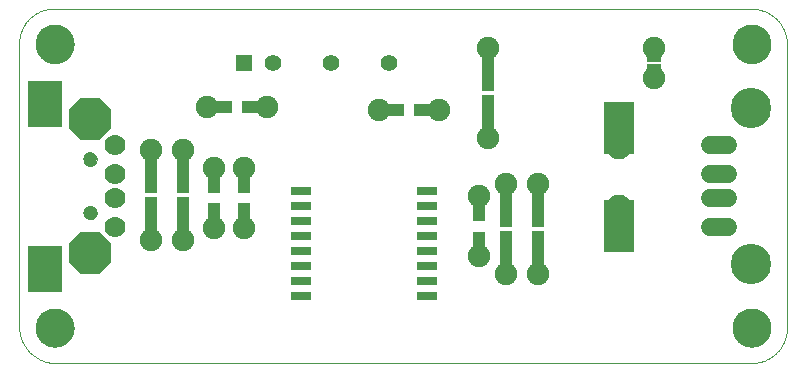
<source format=gts>
G75*
%MOIN*%
%OFA0B0*%
%FSLAX25Y25*%
%IPPOS*%
%LPD*%
%AMOC8*
5,1,8,0,0,1.08239X$1,22.5*
%
%ADD10C,0.00000*%
%ADD11C,0.12998*%
%ADD12R,0.04337X0.10636*%
%ADD13C,0.07487*%
%ADD14R,0.10636X0.04337*%
%ADD15R,0.10243X0.17329*%
%ADD16C,0.08274*%
%ADD17R,0.04337X0.12998*%
%ADD18R,0.06699X0.02900*%
%ADD19R,0.05550X0.05550*%
%ADD20C,0.05550*%
%ADD21C,0.06140*%
%ADD22C,0.13455*%
%ADD23R,0.05124X0.03550*%
%ADD24OC8,0.14243*%
%ADD25C,0.07000*%
%ADD26R,0.11400X0.15400*%
%ADD27C,0.04731*%
D10*
X0047707Y0015186D02*
X0047707Y0109674D01*
X0047720Y0109949D01*
X0047739Y0110225D01*
X0047765Y0110500D01*
X0047798Y0110774D01*
X0047837Y0111047D01*
X0047883Y0111319D01*
X0047936Y0111590D01*
X0047995Y0111860D01*
X0048061Y0112128D01*
X0048133Y0112395D01*
X0048211Y0112659D01*
X0048296Y0112922D01*
X0048387Y0113183D01*
X0048485Y0113441D01*
X0048588Y0113697D01*
X0048698Y0113950D01*
X0048814Y0114201D01*
X0048936Y0114448D01*
X0049064Y0114693D01*
X0049198Y0114934D01*
X0049337Y0115173D01*
X0049482Y0115407D01*
X0049633Y0115639D01*
X0049790Y0115866D01*
X0049951Y0116090D01*
X0050119Y0116309D01*
X0050291Y0116525D01*
X0050469Y0116736D01*
X0050652Y0116943D01*
X0050839Y0117146D01*
X0051032Y0117344D01*
X0051229Y0117537D01*
X0051431Y0117725D01*
X0051637Y0117909D01*
X0051848Y0118087D01*
X0052063Y0118260D01*
X0052282Y0118428D01*
X0052505Y0118591D01*
X0052732Y0118748D01*
X0052962Y0118900D01*
X0053197Y0119046D01*
X0053434Y0119186D01*
X0053675Y0119321D01*
X0053920Y0119450D01*
X0054167Y0119572D01*
X0054417Y0119689D01*
X0054670Y0119800D01*
X0054925Y0119904D01*
X0055183Y0120003D01*
X0055444Y0120095D01*
X0055706Y0120181D01*
X0055970Y0120260D01*
X0056237Y0120333D01*
X0056504Y0120400D01*
X0056774Y0120460D01*
X0057045Y0120513D01*
X0057317Y0120560D01*
X0057590Y0120601D01*
X0057864Y0120634D01*
X0058139Y0120661D01*
X0058414Y0120682D01*
X0058690Y0120696D01*
X0058966Y0120703D01*
X0059242Y0120703D01*
X0059518Y0120697D01*
X0059518Y0120698D02*
X0291801Y0120698D01*
X0285502Y0108887D02*
X0285504Y0109045D01*
X0285510Y0109203D01*
X0285520Y0109361D01*
X0285534Y0109519D01*
X0285552Y0109676D01*
X0285573Y0109833D01*
X0285599Y0109989D01*
X0285629Y0110145D01*
X0285662Y0110300D01*
X0285700Y0110453D01*
X0285741Y0110606D01*
X0285786Y0110758D01*
X0285835Y0110909D01*
X0285888Y0111058D01*
X0285944Y0111206D01*
X0286004Y0111352D01*
X0286068Y0111497D01*
X0286136Y0111640D01*
X0286207Y0111782D01*
X0286281Y0111922D01*
X0286359Y0112059D01*
X0286441Y0112195D01*
X0286525Y0112329D01*
X0286614Y0112460D01*
X0286705Y0112589D01*
X0286800Y0112716D01*
X0286897Y0112841D01*
X0286998Y0112963D01*
X0287102Y0113082D01*
X0287209Y0113199D01*
X0287319Y0113313D01*
X0287432Y0113424D01*
X0287547Y0113533D01*
X0287665Y0113638D01*
X0287786Y0113740D01*
X0287909Y0113840D01*
X0288035Y0113936D01*
X0288163Y0114029D01*
X0288293Y0114119D01*
X0288426Y0114205D01*
X0288561Y0114289D01*
X0288697Y0114368D01*
X0288836Y0114445D01*
X0288977Y0114517D01*
X0289119Y0114587D01*
X0289263Y0114652D01*
X0289409Y0114714D01*
X0289556Y0114772D01*
X0289705Y0114827D01*
X0289855Y0114878D01*
X0290006Y0114925D01*
X0290158Y0114968D01*
X0290311Y0115007D01*
X0290466Y0115043D01*
X0290621Y0115074D01*
X0290777Y0115102D01*
X0290933Y0115126D01*
X0291090Y0115146D01*
X0291248Y0115162D01*
X0291405Y0115174D01*
X0291564Y0115182D01*
X0291722Y0115186D01*
X0291880Y0115186D01*
X0292038Y0115182D01*
X0292197Y0115174D01*
X0292354Y0115162D01*
X0292512Y0115146D01*
X0292669Y0115126D01*
X0292825Y0115102D01*
X0292981Y0115074D01*
X0293136Y0115043D01*
X0293291Y0115007D01*
X0293444Y0114968D01*
X0293596Y0114925D01*
X0293747Y0114878D01*
X0293897Y0114827D01*
X0294046Y0114772D01*
X0294193Y0114714D01*
X0294339Y0114652D01*
X0294483Y0114587D01*
X0294625Y0114517D01*
X0294766Y0114445D01*
X0294905Y0114368D01*
X0295041Y0114289D01*
X0295176Y0114205D01*
X0295309Y0114119D01*
X0295439Y0114029D01*
X0295567Y0113936D01*
X0295693Y0113840D01*
X0295816Y0113740D01*
X0295937Y0113638D01*
X0296055Y0113533D01*
X0296170Y0113424D01*
X0296283Y0113313D01*
X0296393Y0113199D01*
X0296500Y0113082D01*
X0296604Y0112963D01*
X0296705Y0112841D01*
X0296802Y0112716D01*
X0296897Y0112589D01*
X0296988Y0112460D01*
X0297077Y0112329D01*
X0297161Y0112195D01*
X0297243Y0112059D01*
X0297321Y0111922D01*
X0297395Y0111782D01*
X0297466Y0111640D01*
X0297534Y0111497D01*
X0297598Y0111352D01*
X0297658Y0111206D01*
X0297714Y0111058D01*
X0297767Y0110909D01*
X0297816Y0110758D01*
X0297861Y0110606D01*
X0297902Y0110453D01*
X0297940Y0110300D01*
X0297973Y0110145D01*
X0298003Y0109989D01*
X0298029Y0109833D01*
X0298050Y0109676D01*
X0298068Y0109519D01*
X0298082Y0109361D01*
X0298092Y0109203D01*
X0298098Y0109045D01*
X0298100Y0108887D01*
X0298098Y0108729D01*
X0298092Y0108571D01*
X0298082Y0108413D01*
X0298068Y0108255D01*
X0298050Y0108098D01*
X0298029Y0107941D01*
X0298003Y0107785D01*
X0297973Y0107629D01*
X0297940Y0107474D01*
X0297902Y0107321D01*
X0297861Y0107168D01*
X0297816Y0107016D01*
X0297767Y0106865D01*
X0297714Y0106716D01*
X0297658Y0106568D01*
X0297598Y0106422D01*
X0297534Y0106277D01*
X0297466Y0106134D01*
X0297395Y0105992D01*
X0297321Y0105852D01*
X0297243Y0105715D01*
X0297161Y0105579D01*
X0297077Y0105445D01*
X0296988Y0105314D01*
X0296897Y0105185D01*
X0296802Y0105058D01*
X0296705Y0104933D01*
X0296604Y0104811D01*
X0296500Y0104692D01*
X0296393Y0104575D01*
X0296283Y0104461D01*
X0296170Y0104350D01*
X0296055Y0104241D01*
X0295937Y0104136D01*
X0295816Y0104034D01*
X0295693Y0103934D01*
X0295567Y0103838D01*
X0295439Y0103745D01*
X0295309Y0103655D01*
X0295176Y0103569D01*
X0295041Y0103485D01*
X0294905Y0103406D01*
X0294766Y0103329D01*
X0294625Y0103257D01*
X0294483Y0103187D01*
X0294339Y0103122D01*
X0294193Y0103060D01*
X0294046Y0103002D01*
X0293897Y0102947D01*
X0293747Y0102896D01*
X0293596Y0102849D01*
X0293444Y0102806D01*
X0293291Y0102767D01*
X0293136Y0102731D01*
X0292981Y0102700D01*
X0292825Y0102672D01*
X0292669Y0102648D01*
X0292512Y0102628D01*
X0292354Y0102612D01*
X0292197Y0102600D01*
X0292038Y0102592D01*
X0291880Y0102588D01*
X0291722Y0102588D01*
X0291564Y0102592D01*
X0291405Y0102600D01*
X0291248Y0102612D01*
X0291090Y0102628D01*
X0290933Y0102648D01*
X0290777Y0102672D01*
X0290621Y0102700D01*
X0290466Y0102731D01*
X0290311Y0102767D01*
X0290158Y0102806D01*
X0290006Y0102849D01*
X0289855Y0102896D01*
X0289705Y0102947D01*
X0289556Y0103002D01*
X0289409Y0103060D01*
X0289263Y0103122D01*
X0289119Y0103187D01*
X0288977Y0103257D01*
X0288836Y0103329D01*
X0288697Y0103406D01*
X0288561Y0103485D01*
X0288426Y0103569D01*
X0288293Y0103655D01*
X0288163Y0103745D01*
X0288035Y0103838D01*
X0287909Y0103934D01*
X0287786Y0104034D01*
X0287665Y0104136D01*
X0287547Y0104241D01*
X0287432Y0104350D01*
X0287319Y0104461D01*
X0287209Y0104575D01*
X0287102Y0104692D01*
X0286998Y0104811D01*
X0286897Y0104933D01*
X0286800Y0105058D01*
X0286705Y0105185D01*
X0286614Y0105314D01*
X0286525Y0105445D01*
X0286441Y0105579D01*
X0286359Y0105715D01*
X0286281Y0105852D01*
X0286207Y0105992D01*
X0286136Y0106134D01*
X0286068Y0106277D01*
X0286004Y0106422D01*
X0285944Y0106568D01*
X0285888Y0106716D01*
X0285835Y0106865D01*
X0285786Y0107016D01*
X0285741Y0107168D01*
X0285700Y0107321D01*
X0285662Y0107474D01*
X0285629Y0107629D01*
X0285599Y0107785D01*
X0285573Y0107941D01*
X0285552Y0108098D01*
X0285534Y0108255D01*
X0285520Y0108413D01*
X0285510Y0108571D01*
X0285504Y0108729D01*
X0285502Y0108887D01*
X0291801Y0120698D02*
X0292086Y0120695D01*
X0292372Y0120684D01*
X0292657Y0120667D01*
X0292941Y0120643D01*
X0293225Y0120612D01*
X0293508Y0120574D01*
X0293789Y0120529D01*
X0294070Y0120478D01*
X0294350Y0120420D01*
X0294628Y0120355D01*
X0294904Y0120283D01*
X0295178Y0120205D01*
X0295451Y0120120D01*
X0295721Y0120028D01*
X0295989Y0119930D01*
X0296255Y0119826D01*
X0296518Y0119715D01*
X0296778Y0119598D01*
X0297036Y0119475D01*
X0297290Y0119345D01*
X0297541Y0119209D01*
X0297789Y0119068D01*
X0298033Y0118920D01*
X0298274Y0118767D01*
X0298510Y0118607D01*
X0298743Y0118442D01*
X0298972Y0118272D01*
X0299197Y0118096D01*
X0299417Y0117914D01*
X0299633Y0117728D01*
X0299844Y0117536D01*
X0300051Y0117339D01*
X0300253Y0117137D01*
X0300450Y0116930D01*
X0300642Y0116719D01*
X0300828Y0116503D01*
X0301010Y0116283D01*
X0301186Y0116058D01*
X0301356Y0115829D01*
X0301521Y0115596D01*
X0301681Y0115360D01*
X0301834Y0115119D01*
X0301982Y0114875D01*
X0302123Y0114627D01*
X0302259Y0114376D01*
X0302389Y0114122D01*
X0302512Y0113864D01*
X0302629Y0113604D01*
X0302740Y0113341D01*
X0302844Y0113075D01*
X0302942Y0112807D01*
X0303034Y0112537D01*
X0303119Y0112264D01*
X0303197Y0111990D01*
X0303269Y0111714D01*
X0303334Y0111436D01*
X0303392Y0111156D01*
X0303443Y0110875D01*
X0303488Y0110594D01*
X0303526Y0110311D01*
X0303557Y0110027D01*
X0303581Y0109743D01*
X0303598Y0109458D01*
X0303609Y0109172D01*
X0303612Y0108887D01*
X0303612Y0014398D01*
X0285502Y0014398D02*
X0285504Y0014556D01*
X0285510Y0014714D01*
X0285520Y0014872D01*
X0285534Y0015030D01*
X0285552Y0015187D01*
X0285573Y0015344D01*
X0285599Y0015500D01*
X0285629Y0015656D01*
X0285662Y0015811D01*
X0285700Y0015964D01*
X0285741Y0016117D01*
X0285786Y0016269D01*
X0285835Y0016420D01*
X0285888Y0016569D01*
X0285944Y0016717D01*
X0286004Y0016863D01*
X0286068Y0017008D01*
X0286136Y0017151D01*
X0286207Y0017293D01*
X0286281Y0017433D01*
X0286359Y0017570D01*
X0286441Y0017706D01*
X0286525Y0017840D01*
X0286614Y0017971D01*
X0286705Y0018100D01*
X0286800Y0018227D01*
X0286897Y0018352D01*
X0286998Y0018474D01*
X0287102Y0018593D01*
X0287209Y0018710D01*
X0287319Y0018824D01*
X0287432Y0018935D01*
X0287547Y0019044D01*
X0287665Y0019149D01*
X0287786Y0019251D01*
X0287909Y0019351D01*
X0288035Y0019447D01*
X0288163Y0019540D01*
X0288293Y0019630D01*
X0288426Y0019716D01*
X0288561Y0019800D01*
X0288697Y0019879D01*
X0288836Y0019956D01*
X0288977Y0020028D01*
X0289119Y0020098D01*
X0289263Y0020163D01*
X0289409Y0020225D01*
X0289556Y0020283D01*
X0289705Y0020338D01*
X0289855Y0020389D01*
X0290006Y0020436D01*
X0290158Y0020479D01*
X0290311Y0020518D01*
X0290466Y0020554D01*
X0290621Y0020585D01*
X0290777Y0020613D01*
X0290933Y0020637D01*
X0291090Y0020657D01*
X0291248Y0020673D01*
X0291405Y0020685D01*
X0291564Y0020693D01*
X0291722Y0020697D01*
X0291880Y0020697D01*
X0292038Y0020693D01*
X0292197Y0020685D01*
X0292354Y0020673D01*
X0292512Y0020657D01*
X0292669Y0020637D01*
X0292825Y0020613D01*
X0292981Y0020585D01*
X0293136Y0020554D01*
X0293291Y0020518D01*
X0293444Y0020479D01*
X0293596Y0020436D01*
X0293747Y0020389D01*
X0293897Y0020338D01*
X0294046Y0020283D01*
X0294193Y0020225D01*
X0294339Y0020163D01*
X0294483Y0020098D01*
X0294625Y0020028D01*
X0294766Y0019956D01*
X0294905Y0019879D01*
X0295041Y0019800D01*
X0295176Y0019716D01*
X0295309Y0019630D01*
X0295439Y0019540D01*
X0295567Y0019447D01*
X0295693Y0019351D01*
X0295816Y0019251D01*
X0295937Y0019149D01*
X0296055Y0019044D01*
X0296170Y0018935D01*
X0296283Y0018824D01*
X0296393Y0018710D01*
X0296500Y0018593D01*
X0296604Y0018474D01*
X0296705Y0018352D01*
X0296802Y0018227D01*
X0296897Y0018100D01*
X0296988Y0017971D01*
X0297077Y0017840D01*
X0297161Y0017706D01*
X0297243Y0017570D01*
X0297321Y0017433D01*
X0297395Y0017293D01*
X0297466Y0017151D01*
X0297534Y0017008D01*
X0297598Y0016863D01*
X0297658Y0016717D01*
X0297714Y0016569D01*
X0297767Y0016420D01*
X0297816Y0016269D01*
X0297861Y0016117D01*
X0297902Y0015964D01*
X0297940Y0015811D01*
X0297973Y0015656D01*
X0298003Y0015500D01*
X0298029Y0015344D01*
X0298050Y0015187D01*
X0298068Y0015030D01*
X0298082Y0014872D01*
X0298092Y0014714D01*
X0298098Y0014556D01*
X0298100Y0014398D01*
X0298098Y0014240D01*
X0298092Y0014082D01*
X0298082Y0013924D01*
X0298068Y0013766D01*
X0298050Y0013609D01*
X0298029Y0013452D01*
X0298003Y0013296D01*
X0297973Y0013140D01*
X0297940Y0012985D01*
X0297902Y0012832D01*
X0297861Y0012679D01*
X0297816Y0012527D01*
X0297767Y0012376D01*
X0297714Y0012227D01*
X0297658Y0012079D01*
X0297598Y0011933D01*
X0297534Y0011788D01*
X0297466Y0011645D01*
X0297395Y0011503D01*
X0297321Y0011363D01*
X0297243Y0011226D01*
X0297161Y0011090D01*
X0297077Y0010956D01*
X0296988Y0010825D01*
X0296897Y0010696D01*
X0296802Y0010569D01*
X0296705Y0010444D01*
X0296604Y0010322D01*
X0296500Y0010203D01*
X0296393Y0010086D01*
X0296283Y0009972D01*
X0296170Y0009861D01*
X0296055Y0009752D01*
X0295937Y0009647D01*
X0295816Y0009545D01*
X0295693Y0009445D01*
X0295567Y0009349D01*
X0295439Y0009256D01*
X0295309Y0009166D01*
X0295176Y0009080D01*
X0295041Y0008996D01*
X0294905Y0008917D01*
X0294766Y0008840D01*
X0294625Y0008768D01*
X0294483Y0008698D01*
X0294339Y0008633D01*
X0294193Y0008571D01*
X0294046Y0008513D01*
X0293897Y0008458D01*
X0293747Y0008407D01*
X0293596Y0008360D01*
X0293444Y0008317D01*
X0293291Y0008278D01*
X0293136Y0008242D01*
X0292981Y0008211D01*
X0292825Y0008183D01*
X0292669Y0008159D01*
X0292512Y0008139D01*
X0292354Y0008123D01*
X0292197Y0008111D01*
X0292038Y0008103D01*
X0291880Y0008099D01*
X0291722Y0008099D01*
X0291564Y0008103D01*
X0291405Y0008111D01*
X0291248Y0008123D01*
X0291090Y0008139D01*
X0290933Y0008159D01*
X0290777Y0008183D01*
X0290621Y0008211D01*
X0290466Y0008242D01*
X0290311Y0008278D01*
X0290158Y0008317D01*
X0290006Y0008360D01*
X0289855Y0008407D01*
X0289705Y0008458D01*
X0289556Y0008513D01*
X0289409Y0008571D01*
X0289263Y0008633D01*
X0289119Y0008698D01*
X0288977Y0008768D01*
X0288836Y0008840D01*
X0288697Y0008917D01*
X0288561Y0008996D01*
X0288426Y0009080D01*
X0288293Y0009166D01*
X0288163Y0009256D01*
X0288035Y0009349D01*
X0287909Y0009445D01*
X0287786Y0009545D01*
X0287665Y0009647D01*
X0287547Y0009752D01*
X0287432Y0009861D01*
X0287319Y0009972D01*
X0287209Y0010086D01*
X0287102Y0010203D01*
X0286998Y0010322D01*
X0286897Y0010444D01*
X0286800Y0010569D01*
X0286705Y0010696D01*
X0286614Y0010825D01*
X0286525Y0010956D01*
X0286441Y0011090D01*
X0286359Y0011226D01*
X0286281Y0011363D01*
X0286207Y0011503D01*
X0286136Y0011645D01*
X0286068Y0011788D01*
X0286004Y0011933D01*
X0285944Y0012079D01*
X0285888Y0012227D01*
X0285835Y0012376D01*
X0285786Y0012527D01*
X0285741Y0012679D01*
X0285700Y0012832D01*
X0285662Y0012985D01*
X0285629Y0013140D01*
X0285599Y0013296D01*
X0285573Y0013452D01*
X0285552Y0013609D01*
X0285534Y0013766D01*
X0285520Y0013924D01*
X0285510Y0014082D01*
X0285504Y0014240D01*
X0285502Y0014398D01*
X0291801Y0002587D02*
X0292086Y0002590D01*
X0292372Y0002601D01*
X0292657Y0002618D01*
X0292941Y0002642D01*
X0293225Y0002673D01*
X0293508Y0002711D01*
X0293789Y0002756D01*
X0294070Y0002807D01*
X0294350Y0002865D01*
X0294628Y0002930D01*
X0294904Y0003002D01*
X0295178Y0003080D01*
X0295451Y0003165D01*
X0295721Y0003257D01*
X0295989Y0003355D01*
X0296255Y0003459D01*
X0296518Y0003570D01*
X0296778Y0003687D01*
X0297036Y0003810D01*
X0297290Y0003940D01*
X0297541Y0004076D01*
X0297789Y0004217D01*
X0298033Y0004365D01*
X0298274Y0004518D01*
X0298510Y0004678D01*
X0298743Y0004843D01*
X0298972Y0005013D01*
X0299197Y0005189D01*
X0299417Y0005371D01*
X0299633Y0005557D01*
X0299844Y0005749D01*
X0300051Y0005946D01*
X0300253Y0006148D01*
X0300450Y0006355D01*
X0300642Y0006566D01*
X0300828Y0006782D01*
X0301010Y0007002D01*
X0301186Y0007227D01*
X0301356Y0007456D01*
X0301521Y0007689D01*
X0301681Y0007925D01*
X0301834Y0008166D01*
X0301982Y0008410D01*
X0302123Y0008658D01*
X0302259Y0008909D01*
X0302389Y0009163D01*
X0302512Y0009421D01*
X0302629Y0009681D01*
X0302740Y0009944D01*
X0302844Y0010210D01*
X0302942Y0010478D01*
X0303034Y0010748D01*
X0303119Y0011021D01*
X0303197Y0011295D01*
X0303269Y0011571D01*
X0303334Y0011849D01*
X0303392Y0012129D01*
X0303443Y0012410D01*
X0303488Y0012691D01*
X0303526Y0012974D01*
X0303557Y0013258D01*
X0303581Y0013542D01*
X0303598Y0013827D01*
X0303609Y0014113D01*
X0303612Y0014398D01*
X0291801Y0002587D02*
X0059518Y0002587D01*
X0053219Y0014398D02*
X0053221Y0014556D01*
X0053227Y0014714D01*
X0053237Y0014872D01*
X0053251Y0015030D01*
X0053269Y0015187D01*
X0053290Y0015344D01*
X0053316Y0015500D01*
X0053346Y0015656D01*
X0053379Y0015811D01*
X0053417Y0015964D01*
X0053458Y0016117D01*
X0053503Y0016269D01*
X0053552Y0016420D01*
X0053605Y0016569D01*
X0053661Y0016717D01*
X0053721Y0016863D01*
X0053785Y0017008D01*
X0053853Y0017151D01*
X0053924Y0017293D01*
X0053998Y0017433D01*
X0054076Y0017570D01*
X0054158Y0017706D01*
X0054242Y0017840D01*
X0054331Y0017971D01*
X0054422Y0018100D01*
X0054517Y0018227D01*
X0054614Y0018352D01*
X0054715Y0018474D01*
X0054819Y0018593D01*
X0054926Y0018710D01*
X0055036Y0018824D01*
X0055149Y0018935D01*
X0055264Y0019044D01*
X0055382Y0019149D01*
X0055503Y0019251D01*
X0055626Y0019351D01*
X0055752Y0019447D01*
X0055880Y0019540D01*
X0056010Y0019630D01*
X0056143Y0019716D01*
X0056278Y0019800D01*
X0056414Y0019879D01*
X0056553Y0019956D01*
X0056694Y0020028D01*
X0056836Y0020098D01*
X0056980Y0020163D01*
X0057126Y0020225D01*
X0057273Y0020283D01*
X0057422Y0020338D01*
X0057572Y0020389D01*
X0057723Y0020436D01*
X0057875Y0020479D01*
X0058028Y0020518D01*
X0058183Y0020554D01*
X0058338Y0020585D01*
X0058494Y0020613D01*
X0058650Y0020637D01*
X0058807Y0020657D01*
X0058965Y0020673D01*
X0059122Y0020685D01*
X0059281Y0020693D01*
X0059439Y0020697D01*
X0059597Y0020697D01*
X0059755Y0020693D01*
X0059914Y0020685D01*
X0060071Y0020673D01*
X0060229Y0020657D01*
X0060386Y0020637D01*
X0060542Y0020613D01*
X0060698Y0020585D01*
X0060853Y0020554D01*
X0061008Y0020518D01*
X0061161Y0020479D01*
X0061313Y0020436D01*
X0061464Y0020389D01*
X0061614Y0020338D01*
X0061763Y0020283D01*
X0061910Y0020225D01*
X0062056Y0020163D01*
X0062200Y0020098D01*
X0062342Y0020028D01*
X0062483Y0019956D01*
X0062622Y0019879D01*
X0062758Y0019800D01*
X0062893Y0019716D01*
X0063026Y0019630D01*
X0063156Y0019540D01*
X0063284Y0019447D01*
X0063410Y0019351D01*
X0063533Y0019251D01*
X0063654Y0019149D01*
X0063772Y0019044D01*
X0063887Y0018935D01*
X0064000Y0018824D01*
X0064110Y0018710D01*
X0064217Y0018593D01*
X0064321Y0018474D01*
X0064422Y0018352D01*
X0064519Y0018227D01*
X0064614Y0018100D01*
X0064705Y0017971D01*
X0064794Y0017840D01*
X0064878Y0017706D01*
X0064960Y0017570D01*
X0065038Y0017433D01*
X0065112Y0017293D01*
X0065183Y0017151D01*
X0065251Y0017008D01*
X0065315Y0016863D01*
X0065375Y0016717D01*
X0065431Y0016569D01*
X0065484Y0016420D01*
X0065533Y0016269D01*
X0065578Y0016117D01*
X0065619Y0015964D01*
X0065657Y0015811D01*
X0065690Y0015656D01*
X0065720Y0015500D01*
X0065746Y0015344D01*
X0065767Y0015187D01*
X0065785Y0015030D01*
X0065799Y0014872D01*
X0065809Y0014714D01*
X0065815Y0014556D01*
X0065817Y0014398D01*
X0065815Y0014240D01*
X0065809Y0014082D01*
X0065799Y0013924D01*
X0065785Y0013766D01*
X0065767Y0013609D01*
X0065746Y0013452D01*
X0065720Y0013296D01*
X0065690Y0013140D01*
X0065657Y0012985D01*
X0065619Y0012832D01*
X0065578Y0012679D01*
X0065533Y0012527D01*
X0065484Y0012376D01*
X0065431Y0012227D01*
X0065375Y0012079D01*
X0065315Y0011933D01*
X0065251Y0011788D01*
X0065183Y0011645D01*
X0065112Y0011503D01*
X0065038Y0011363D01*
X0064960Y0011226D01*
X0064878Y0011090D01*
X0064794Y0010956D01*
X0064705Y0010825D01*
X0064614Y0010696D01*
X0064519Y0010569D01*
X0064422Y0010444D01*
X0064321Y0010322D01*
X0064217Y0010203D01*
X0064110Y0010086D01*
X0064000Y0009972D01*
X0063887Y0009861D01*
X0063772Y0009752D01*
X0063654Y0009647D01*
X0063533Y0009545D01*
X0063410Y0009445D01*
X0063284Y0009349D01*
X0063156Y0009256D01*
X0063026Y0009166D01*
X0062893Y0009080D01*
X0062758Y0008996D01*
X0062622Y0008917D01*
X0062483Y0008840D01*
X0062342Y0008768D01*
X0062200Y0008698D01*
X0062056Y0008633D01*
X0061910Y0008571D01*
X0061763Y0008513D01*
X0061614Y0008458D01*
X0061464Y0008407D01*
X0061313Y0008360D01*
X0061161Y0008317D01*
X0061008Y0008278D01*
X0060853Y0008242D01*
X0060698Y0008211D01*
X0060542Y0008183D01*
X0060386Y0008159D01*
X0060229Y0008139D01*
X0060071Y0008123D01*
X0059914Y0008111D01*
X0059755Y0008103D01*
X0059597Y0008099D01*
X0059439Y0008099D01*
X0059281Y0008103D01*
X0059122Y0008111D01*
X0058965Y0008123D01*
X0058807Y0008139D01*
X0058650Y0008159D01*
X0058494Y0008183D01*
X0058338Y0008211D01*
X0058183Y0008242D01*
X0058028Y0008278D01*
X0057875Y0008317D01*
X0057723Y0008360D01*
X0057572Y0008407D01*
X0057422Y0008458D01*
X0057273Y0008513D01*
X0057126Y0008571D01*
X0056980Y0008633D01*
X0056836Y0008698D01*
X0056694Y0008768D01*
X0056553Y0008840D01*
X0056414Y0008917D01*
X0056278Y0008996D01*
X0056143Y0009080D01*
X0056010Y0009166D01*
X0055880Y0009256D01*
X0055752Y0009349D01*
X0055626Y0009445D01*
X0055503Y0009545D01*
X0055382Y0009647D01*
X0055264Y0009752D01*
X0055149Y0009861D01*
X0055036Y0009972D01*
X0054926Y0010086D01*
X0054819Y0010203D01*
X0054715Y0010322D01*
X0054614Y0010444D01*
X0054517Y0010569D01*
X0054422Y0010696D01*
X0054331Y0010825D01*
X0054242Y0010956D01*
X0054158Y0011090D01*
X0054076Y0011226D01*
X0053998Y0011363D01*
X0053924Y0011503D01*
X0053853Y0011645D01*
X0053785Y0011788D01*
X0053721Y0011933D01*
X0053661Y0012079D01*
X0053605Y0012227D01*
X0053552Y0012376D01*
X0053503Y0012527D01*
X0053458Y0012679D01*
X0053417Y0012832D01*
X0053379Y0012985D01*
X0053346Y0013140D01*
X0053316Y0013296D01*
X0053290Y0013452D01*
X0053269Y0013609D01*
X0053251Y0013766D01*
X0053237Y0013924D01*
X0053227Y0014082D01*
X0053221Y0014240D01*
X0053219Y0014398D01*
X0047706Y0015186D02*
X0047700Y0014891D01*
X0047702Y0014596D01*
X0047710Y0014301D01*
X0047725Y0014006D01*
X0047748Y0013712D01*
X0047778Y0013418D01*
X0047814Y0013125D01*
X0047858Y0012834D01*
X0047909Y0012543D01*
X0047967Y0012253D01*
X0048032Y0011966D01*
X0048103Y0011679D01*
X0048182Y0011395D01*
X0048268Y0011113D01*
X0048360Y0010832D01*
X0048459Y0010554D01*
X0048565Y0010279D01*
X0048677Y0010006D01*
X0048796Y0009736D01*
X0048921Y0009469D01*
X0049053Y0009205D01*
X0049191Y0008944D01*
X0049336Y0008687D01*
X0049486Y0008433D01*
X0049643Y0008183D01*
X0049806Y0007937D01*
X0049974Y0007695D01*
X0050149Y0007457D01*
X0050329Y0007223D01*
X0050515Y0006994D01*
X0050706Y0006769D01*
X0050902Y0006549D01*
X0051104Y0006333D01*
X0051311Y0006123D01*
X0051523Y0005918D01*
X0051740Y0005718D01*
X0051962Y0005523D01*
X0052188Y0005333D01*
X0052419Y0005150D01*
X0052654Y0004971D01*
X0052893Y0004799D01*
X0053137Y0004632D01*
X0053384Y0004472D01*
X0053636Y0004317D01*
X0053891Y0004168D01*
X0054149Y0004026D01*
X0054411Y0003890D01*
X0054676Y0003760D01*
X0054944Y0003637D01*
X0055215Y0003520D01*
X0055489Y0003410D01*
X0055765Y0003306D01*
X0056044Y0003210D01*
X0056325Y0003119D01*
X0056608Y0003036D01*
X0056893Y0002960D01*
X0057180Y0002890D01*
X0057468Y0002828D01*
X0057758Y0002772D01*
X0058049Y0002724D01*
X0058341Y0002682D01*
X0058634Y0002648D01*
X0058928Y0002621D01*
X0059223Y0002600D01*
X0059517Y0002587D01*
X0069164Y0052784D02*
X0069166Y0052877D01*
X0069172Y0052969D01*
X0069182Y0053061D01*
X0069196Y0053152D01*
X0069213Y0053243D01*
X0069235Y0053333D01*
X0069260Y0053422D01*
X0069289Y0053510D01*
X0069322Y0053596D01*
X0069359Y0053681D01*
X0069399Y0053765D01*
X0069443Y0053846D01*
X0069490Y0053926D01*
X0069540Y0054004D01*
X0069594Y0054079D01*
X0069651Y0054152D01*
X0069711Y0054222D01*
X0069774Y0054290D01*
X0069840Y0054355D01*
X0069908Y0054417D01*
X0069979Y0054477D01*
X0070053Y0054533D01*
X0070129Y0054586D01*
X0070207Y0054635D01*
X0070287Y0054682D01*
X0070369Y0054724D01*
X0070453Y0054764D01*
X0070538Y0054799D01*
X0070625Y0054831D01*
X0070713Y0054860D01*
X0070802Y0054884D01*
X0070892Y0054905D01*
X0070983Y0054921D01*
X0071075Y0054934D01*
X0071167Y0054943D01*
X0071260Y0054948D01*
X0071352Y0054949D01*
X0071445Y0054946D01*
X0071537Y0054939D01*
X0071629Y0054928D01*
X0071720Y0054913D01*
X0071811Y0054895D01*
X0071901Y0054872D01*
X0071989Y0054846D01*
X0072077Y0054816D01*
X0072163Y0054782D01*
X0072247Y0054745D01*
X0072330Y0054703D01*
X0072411Y0054659D01*
X0072491Y0054611D01*
X0072568Y0054560D01*
X0072642Y0054505D01*
X0072715Y0054447D01*
X0072785Y0054387D01*
X0072852Y0054323D01*
X0072916Y0054257D01*
X0072978Y0054187D01*
X0073036Y0054116D01*
X0073091Y0054042D01*
X0073143Y0053965D01*
X0073192Y0053886D01*
X0073238Y0053806D01*
X0073280Y0053723D01*
X0073318Y0053639D01*
X0073353Y0053553D01*
X0073384Y0053466D01*
X0073411Y0053378D01*
X0073434Y0053288D01*
X0073454Y0053198D01*
X0073470Y0053107D01*
X0073482Y0053015D01*
X0073490Y0052923D01*
X0073494Y0052830D01*
X0073494Y0052738D01*
X0073490Y0052645D01*
X0073482Y0052553D01*
X0073470Y0052461D01*
X0073454Y0052370D01*
X0073434Y0052280D01*
X0073411Y0052190D01*
X0073384Y0052102D01*
X0073353Y0052015D01*
X0073318Y0051929D01*
X0073280Y0051845D01*
X0073238Y0051762D01*
X0073192Y0051682D01*
X0073143Y0051603D01*
X0073091Y0051526D01*
X0073036Y0051452D01*
X0072978Y0051381D01*
X0072916Y0051311D01*
X0072852Y0051245D01*
X0072785Y0051181D01*
X0072715Y0051121D01*
X0072642Y0051063D01*
X0072568Y0051008D01*
X0072491Y0050957D01*
X0072412Y0050909D01*
X0072330Y0050865D01*
X0072247Y0050823D01*
X0072163Y0050786D01*
X0072077Y0050752D01*
X0071989Y0050722D01*
X0071901Y0050696D01*
X0071811Y0050673D01*
X0071720Y0050655D01*
X0071629Y0050640D01*
X0071537Y0050629D01*
X0071445Y0050622D01*
X0071352Y0050619D01*
X0071260Y0050620D01*
X0071167Y0050625D01*
X0071075Y0050634D01*
X0070983Y0050647D01*
X0070892Y0050663D01*
X0070802Y0050684D01*
X0070713Y0050708D01*
X0070625Y0050737D01*
X0070538Y0050769D01*
X0070453Y0050804D01*
X0070369Y0050844D01*
X0070287Y0050886D01*
X0070207Y0050933D01*
X0070129Y0050982D01*
X0070053Y0051035D01*
X0069979Y0051091D01*
X0069908Y0051151D01*
X0069840Y0051213D01*
X0069774Y0051278D01*
X0069711Y0051346D01*
X0069651Y0051416D01*
X0069594Y0051489D01*
X0069540Y0051564D01*
X0069490Y0051642D01*
X0069443Y0051722D01*
X0069399Y0051803D01*
X0069359Y0051887D01*
X0069322Y0051972D01*
X0069289Y0052058D01*
X0069260Y0052146D01*
X0069235Y0052235D01*
X0069213Y0052325D01*
X0069196Y0052416D01*
X0069182Y0052507D01*
X0069172Y0052599D01*
X0069166Y0052691D01*
X0069164Y0052784D01*
X0069164Y0070501D02*
X0069166Y0070594D01*
X0069172Y0070686D01*
X0069182Y0070778D01*
X0069196Y0070869D01*
X0069213Y0070960D01*
X0069235Y0071050D01*
X0069260Y0071139D01*
X0069289Y0071227D01*
X0069322Y0071313D01*
X0069359Y0071398D01*
X0069399Y0071482D01*
X0069443Y0071563D01*
X0069490Y0071643D01*
X0069540Y0071721D01*
X0069594Y0071796D01*
X0069651Y0071869D01*
X0069711Y0071939D01*
X0069774Y0072007D01*
X0069840Y0072072D01*
X0069908Y0072134D01*
X0069979Y0072194D01*
X0070053Y0072250D01*
X0070129Y0072303D01*
X0070207Y0072352D01*
X0070287Y0072399D01*
X0070369Y0072441D01*
X0070453Y0072481D01*
X0070538Y0072516D01*
X0070625Y0072548D01*
X0070713Y0072577D01*
X0070802Y0072601D01*
X0070892Y0072622D01*
X0070983Y0072638D01*
X0071075Y0072651D01*
X0071167Y0072660D01*
X0071260Y0072665D01*
X0071352Y0072666D01*
X0071445Y0072663D01*
X0071537Y0072656D01*
X0071629Y0072645D01*
X0071720Y0072630D01*
X0071811Y0072612D01*
X0071901Y0072589D01*
X0071989Y0072563D01*
X0072077Y0072533D01*
X0072163Y0072499D01*
X0072247Y0072462D01*
X0072330Y0072420D01*
X0072411Y0072376D01*
X0072491Y0072328D01*
X0072568Y0072277D01*
X0072642Y0072222D01*
X0072715Y0072164D01*
X0072785Y0072104D01*
X0072852Y0072040D01*
X0072916Y0071974D01*
X0072978Y0071904D01*
X0073036Y0071833D01*
X0073091Y0071759D01*
X0073143Y0071682D01*
X0073192Y0071603D01*
X0073238Y0071523D01*
X0073280Y0071440D01*
X0073318Y0071356D01*
X0073353Y0071270D01*
X0073384Y0071183D01*
X0073411Y0071095D01*
X0073434Y0071005D01*
X0073454Y0070915D01*
X0073470Y0070824D01*
X0073482Y0070732D01*
X0073490Y0070640D01*
X0073494Y0070547D01*
X0073494Y0070455D01*
X0073490Y0070362D01*
X0073482Y0070270D01*
X0073470Y0070178D01*
X0073454Y0070087D01*
X0073434Y0069997D01*
X0073411Y0069907D01*
X0073384Y0069819D01*
X0073353Y0069732D01*
X0073318Y0069646D01*
X0073280Y0069562D01*
X0073238Y0069479D01*
X0073192Y0069399D01*
X0073143Y0069320D01*
X0073091Y0069243D01*
X0073036Y0069169D01*
X0072978Y0069098D01*
X0072916Y0069028D01*
X0072852Y0068962D01*
X0072785Y0068898D01*
X0072715Y0068838D01*
X0072642Y0068780D01*
X0072568Y0068725D01*
X0072491Y0068674D01*
X0072412Y0068626D01*
X0072330Y0068582D01*
X0072247Y0068540D01*
X0072163Y0068503D01*
X0072077Y0068469D01*
X0071989Y0068439D01*
X0071901Y0068413D01*
X0071811Y0068390D01*
X0071720Y0068372D01*
X0071629Y0068357D01*
X0071537Y0068346D01*
X0071445Y0068339D01*
X0071352Y0068336D01*
X0071260Y0068337D01*
X0071167Y0068342D01*
X0071075Y0068351D01*
X0070983Y0068364D01*
X0070892Y0068380D01*
X0070802Y0068401D01*
X0070713Y0068425D01*
X0070625Y0068454D01*
X0070538Y0068486D01*
X0070453Y0068521D01*
X0070369Y0068561D01*
X0070287Y0068603D01*
X0070207Y0068650D01*
X0070129Y0068699D01*
X0070053Y0068752D01*
X0069979Y0068808D01*
X0069908Y0068868D01*
X0069840Y0068930D01*
X0069774Y0068995D01*
X0069711Y0069063D01*
X0069651Y0069133D01*
X0069594Y0069206D01*
X0069540Y0069281D01*
X0069490Y0069359D01*
X0069443Y0069439D01*
X0069399Y0069520D01*
X0069359Y0069604D01*
X0069322Y0069689D01*
X0069289Y0069775D01*
X0069260Y0069863D01*
X0069235Y0069952D01*
X0069213Y0070042D01*
X0069196Y0070133D01*
X0069182Y0070224D01*
X0069172Y0070316D01*
X0069166Y0070408D01*
X0069164Y0070501D01*
X0053219Y0108887D02*
X0053221Y0109045D01*
X0053227Y0109203D01*
X0053237Y0109361D01*
X0053251Y0109519D01*
X0053269Y0109676D01*
X0053290Y0109833D01*
X0053316Y0109989D01*
X0053346Y0110145D01*
X0053379Y0110300D01*
X0053417Y0110453D01*
X0053458Y0110606D01*
X0053503Y0110758D01*
X0053552Y0110909D01*
X0053605Y0111058D01*
X0053661Y0111206D01*
X0053721Y0111352D01*
X0053785Y0111497D01*
X0053853Y0111640D01*
X0053924Y0111782D01*
X0053998Y0111922D01*
X0054076Y0112059D01*
X0054158Y0112195D01*
X0054242Y0112329D01*
X0054331Y0112460D01*
X0054422Y0112589D01*
X0054517Y0112716D01*
X0054614Y0112841D01*
X0054715Y0112963D01*
X0054819Y0113082D01*
X0054926Y0113199D01*
X0055036Y0113313D01*
X0055149Y0113424D01*
X0055264Y0113533D01*
X0055382Y0113638D01*
X0055503Y0113740D01*
X0055626Y0113840D01*
X0055752Y0113936D01*
X0055880Y0114029D01*
X0056010Y0114119D01*
X0056143Y0114205D01*
X0056278Y0114289D01*
X0056414Y0114368D01*
X0056553Y0114445D01*
X0056694Y0114517D01*
X0056836Y0114587D01*
X0056980Y0114652D01*
X0057126Y0114714D01*
X0057273Y0114772D01*
X0057422Y0114827D01*
X0057572Y0114878D01*
X0057723Y0114925D01*
X0057875Y0114968D01*
X0058028Y0115007D01*
X0058183Y0115043D01*
X0058338Y0115074D01*
X0058494Y0115102D01*
X0058650Y0115126D01*
X0058807Y0115146D01*
X0058965Y0115162D01*
X0059122Y0115174D01*
X0059281Y0115182D01*
X0059439Y0115186D01*
X0059597Y0115186D01*
X0059755Y0115182D01*
X0059914Y0115174D01*
X0060071Y0115162D01*
X0060229Y0115146D01*
X0060386Y0115126D01*
X0060542Y0115102D01*
X0060698Y0115074D01*
X0060853Y0115043D01*
X0061008Y0115007D01*
X0061161Y0114968D01*
X0061313Y0114925D01*
X0061464Y0114878D01*
X0061614Y0114827D01*
X0061763Y0114772D01*
X0061910Y0114714D01*
X0062056Y0114652D01*
X0062200Y0114587D01*
X0062342Y0114517D01*
X0062483Y0114445D01*
X0062622Y0114368D01*
X0062758Y0114289D01*
X0062893Y0114205D01*
X0063026Y0114119D01*
X0063156Y0114029D01*
X0063284Y0113936D01*
X0063410Y0113840D01*
X0063533Y0113740D01*
X0063654Y0113638D01*
X0063772Y0113533D01*
X0063887Y0113424D01*
X0064000Y0113313D01*
X0064110Y0113199D01*
X0064217Y0113082D01*
X0064321Y0112963D01*
X0064422Y0112841D01*
X0064519Y0112716D01*
X0064614Y0112589D01*
X0064705Y0112460D01*
X0064794Y0112329D01*
X0064878Y0112195D01*
X0064960Y0112059D01*
X0065038Y0111922D01*
X0065112Y0111782D01*
X0065183Y0111640D01*
X0065251Y0111497D01*
X0065315Y0111352D01*
X0065375Y0111206D01*
X0065431Y0111058D01*
X0065484Y0110909D01*
X0065533Y0110758D01*
X0065578Y0110606D01*
X0065619Y0110453D01*
X0065657Y0110300D01*
X0065690Y0110145D01*
X0065720Y0109989D01*
X0065746Y0109833D01*
X0065767Y0109676D01*
X0065785Y0109519D01*
X0065799Y0109361D01*
X0065809Y0109203D01*
X0065815Y0109045D01*
X0065817Y0108887D01*
X0065815Y0108729D01*
X0065809Y0108571D01*
X0065799Y0108413D01*
X0065785Y0108255D01*
X0065767Y0108098D01*
X0065746Y0107941D01*
X0065720Y0107785D01*
X0065690Y0107629D01*
X0065657Y0107474D01*
X0065619Y0107321D01*
X0065578Y0107168D01*
X0065533Y0107016D01*
X0065484Y0106865D01*
X0065431Y0106716D01*
X0065375Y0106568D01*
X0065315Y0106422D01*
X0065251Y0106277D01*
X0065183Y0106134D01*
X0065112Y0105992D01*
X0065038Y0105852D01*
X0064960Y0105715D01*
X0064878Y0105579D01*
X0064794Y0105445D01*
X0064705Y0105314D01*
X0064614Y0105185D01*
X0064519Y0105058D01*
X0064422Y0104933D01*
X0064321Y0104811D01*
X0064217Y0104692D01*
X0064110Y0104575D01*
X0064000Y0104461D01*
X0063887Y0104350D01*
X0063772Y0104241D01*
X0063654Y0104136D01*
X0063533Y0104034D01*
X0063410Y0103934D01*
X0063284Y0103838D01*
X0063156Y0103745D01*
X0063026Y0103655D01*
X0062893Y0103569D01*
X0062758Y0103485D01*
X0062622Y0103406D01*
X0062483Y0103329D01*
X0062342Y0103257D01*
X0062200Y0103187D01*
X0062056Y0103122D01*
X0061910Y0103060D01*
X0061763Y0103002D01*
X0061614Y0102947D01*
X0061464Y0102896D01*
X0061313Y0102849D01*
X0061161Y0102806D01*
X0061008Y0102767D01*
X0060853Y0102731D01*
X0060698Y0102700D01*
X0060542Y0102672D01*
X0060386Y0102648D01*
X0060229Y0102628D01*
X0060071Y0102612D01*
X0059914Y0102600D01*
X0059755Y0102592D01*
X0059597Y0102588D01*
X0059439Y0102588D01*
X0059281Y0102592D01*
X0059122Y0102600D01*
X0058965Y0102612D01*
X0058807Y0102628D01*
X0058650Y0102648D01*
X0058494Y0102672D01*
X0058338Y0102700D01*
X0058183Y0102731D01*
X0058028Y0102767D01*
X0057875Y0102806D01*
X0057723Y0102849D01*
X0057572Y0102896D01*
X0057422Y0102947D01*
X0057273Y0103002D01*
X0057126Y0103060D01*
X0056980Y0103122D01*
X0056836Y0103187D01*
X0056694Y0103257D01*
X0056553Y0103329D01*
X0056414Y0103406D01*
X0056278Y0103485D01*
X0056143Y0103569D01*
X0056010Y0103655D01*
X0055880Y0103745D01*
X0055752Y0103838D01*
X0055626Y0103934D01*
X0055503Y0104034D01*
X0055382Y0104136D01*
X0055264Y0104241D01*
X0055149Y0104350D01*
X0055036Y0104461D01*
X0054926Y0104575D01*
X0054819Y0104692D01*
X0054715Y0104811D01*
X0054614Y0104933D01*
X0054517Y0105058D01*
X0054422Y0105185D01*
X0054331Y0105314D01*
X0054242Y0105445D01*
X0054158Y0105579D01*
X0054076Y0105715D01*
X0053998Y0105852D01*
X0053924Y0105992D01*
X0053853Y0106134D01*
X0053785Y0106277D01*
X0053721Y0106422D01*
X0053661Y0106568D01*
X0053605Y0106716D01*
X0053552Y0106865D01*
X0053503Y0107016D01*
X0053458Y0107168D01*
X0053417Y0107321D01*
X0053379Y0107474D01*
X0053346Y0107629D01*
X0053316Y0107785D01*
X0053290Y0107941D01*
X0053269Y0108098D01*
X0053251Y0108255D01*
X0053237Y0108413D01*
X0053227Y0108571D01*
X0053221Y0108729D01*
X0053219Y0108887D01*
D11*
X0059518Y0108887D03*
X0059518Y0014398D03*
X0291801Y0014398D03*
X0291801Y0108887D03*
D12*
X0201132Y0055225D03*
X0201132Y0041052D03*
X0122707Y0050501D03*
X0112707Y0050501D03*
X0112707Y0064674D03*
X0122707Y0064674D03*
D13*
X0122707Y0067587D03*
X0112707Y0067587D03*
X0102156Y0073611D03*
X0091683Y0073611D03*
X0110344Y0088099D03*
X0130344Y0088099D03*
X0167707Y0086800D03*
X0187707Y0086800D03*
X0204006Y0077587D03*
X0210108Y0062351D03*
X0201132Y0058139D03*
X0220581Y0062351D03*
X0201132Y0038139D03*
X0210108Y0032351D03*
X0220581Y0032351D03*
X0122707Y0047587D03*
X0112707Y0047587D03*
X0102156Y0043611D03*
X0091683Y0043611D03*
X0204006Y0107587D03*
X0259360Y0107627D03*
X0259360Y0097627D03*
D14*
X0184793Y0086800D03*
X0170620Y0086800D03*
X0127431Y0088099D03*
X0113258Y0088099D03*
D15*
X0247707Y0080973D03*
X0247707Y0048296D03*
D16*
X0247707Y0044635D03*
X0247707Y0054635D03*
X0247707Y0074635D03*
X0247707Y0084635D03*
D17*
X0204006Y0085501D03*
X0204006Y0099674D03*
X0102156Y0065698D03*
X0091683Y0065698D03*
X0091683Y0051524D03*
X0102156Y0051524D03*
X0210108Y0054438D03*
X0220581Y0054438D03*
X0220581Y0040265D03*
X0210108Y0040265D03*
D18*
X0183671Y0040087D03*
X0183671Y0035087D03*
X0183671Y0030087D03*
X0183671Y0025087D03*
X0141742Y0025087D03*
X0141742Y0030087D03*
X0141742Y0035087D03*
X0141742Y0040087D03*
X0141742Y0045087D03*
X0141742Y0050087D03*
X0141742Y0055087D03*
X0141742Y0060087D03*
X0183671Y0060087D03*
X0183671Y0055087D03*
X0183671Y0050087D03*
X0183671Y0045087D03*
D19*
X0122707Y0102587D03*
D20*
X0132352Y0102587D03*
X0151644Y0102587D03*
X0170935Y0102587D03*
D21*
X0278104Y0075422D02*
X0283844Y0075422D01*
X0283844Y0065580D02*
X0278104Y0065580D01*
X0278104Y0057706D02*
X0283844Y0057706D01*
X0283844Y0047863D02*
X0278104Y0047863D01*
D22*
X0291644Y0035776D03*
X0291644Y0087509D03*
D23*
X0259360Y0100540D03*
X0259360Y0104713D03*
D24*
X0071329Y0084083D03*
X0071329Y0039202D03*
D25*
X0079596Y0047863D03*
X0079596Y0057706D03*
X0079596Y0065580D03*
X0079596Y0075422D03*
D26*
X0056329Y0089083D03*
X0056329Y0034083D03*
D27*
X0071329Y0052784D03*
X0071329Y0070501D03*
M02*

</source>
